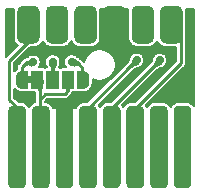
<source format=gbr>
G04 #@! TF.GenerationSoftware,KiCad,Pcbnew,(5.1.8-0-10_14)*
G04 #@! TF.CreationDate,2021-09-22T21:19:34-04:00*
G04 #@! TF.ProjectId,WiiComp,57696943-6f6d-4702-9e6b-696361645f70,1*
G04 #@! TF.SameCoordinates,Original*
G04 #@! TF.FileFunction,Copper,L1,Top*
G04 #@! TF.FilePolarity,Positive*
%FSLAX46Y46*%
G04 Gerber Fmt 4.6, Leading zero omitted, Abs format (unit mm)*
G04 Created by KiCad (PCBNEW (5.1.8-0-10_14)) date 2021-09-22 21:19:34*
%MOMM*%
%LPD*%
G01*
G04 APERTURE LIST*
G04 #@! TA.AperFunction,EtchedComponent*
%ADD10C,0.152400*%
G04 #@! TD*
G04 #@! TA.AperFunction,SMDPad,CuDef*
%ADD11C,0.152400*%
G04 #@! TD*
G04 #@! TA.AperFunction,SMDPad,CuDef*
%ADD12R,1.000000X1.500000*%
G04 #@! TD*
G04 #@! TA.AperFunction,ViaPad*
%ADD13C,0.700000*%
G04 #@! TD*
G04 #@! TA.AperFunction,Conductor*
%ADD14C,0.250000*%
G04 #@! TD*
G04 #@! TA.AperFunction,Conductor*
%ADD15C,0.200000*%
G04 #@! TD*
G04 #@! TA.AperFunction,Conductor*
%ADD16C,0.152400*%
G04 #@! TD*
G04 #@! TA.AperFunction,Conductor*
%ADD17C,0.025400*%
G04 #@! TD*
G04 APERTURE END LIST*
D10*
G36*
X137990000Y-81360000D02*
G01*
X138490000Y-81360000D01*
X138490000Y-81960000D01*
X137990000Y-81960000D01*
X137990000Y-81360000D01*
G37*
G04 #@! TA.AperFunction,ConnectorPad*
G36*
G01*
X149295000Y-78115000D02*
X149295000Y-75865000D01*
G75*
G02*
X149770000Y-75390000I475000J0D01*
G01*
X150720000Y-75390000D01*
G75*
G02*
X151195000Y-75865000I0J-475000D01*
G01*
X151195000Y-78115000D01*
G75*
G02*
X150720000Y-78590000I-475000J0D01*
G01*
X149770000Y-78590000D01*
G75*
G02*
X149295000Y-78115000I0J475000D01*
G01*
G37*
G04 #@! TD.AperFunction*
G04 #@! TA.AperFunction,ConnectorPad*
G36*
G01*
X146875000Y-78115000D02*
X146875000Y-75865000D01*
G75*
G02*
X147350000Y-75390000I475000J0D01*
G01*
X148300000Y-75390000D01*
G75*
G02*
X148775000Y-75865000I0J-475000D01*
G01*
X148775000Y-78115000D01*
G75*
G02*
X148300000Y-78590000I-475000J0D01*
G01*
X147350000Y-78590000D01*
G75*
G02*
X146875000Y-78115000I0J475000D01*
G01*
G37*
G04 #@! TD.AperFunction*
G04 #@! TA.AperFunction,ConnectorPad*
G36*
G01*
X144455000Y-78115000D02*
X144455000Y-75865000D01*
G75*
G02*
X144930000Y-75390000I475000J0D01*
G01*
X145880000Y-75390000D01*
G75*
G02*
X146355000Y-75865000I0J-475000D01*
G01*
X146355000Y-78115000D01*
G75*
G02*
X145880000Y-78590000I-475000J0D01*
G01*
X144930000Y-78590000D01*
G75*
G02*
X144455000Y-78115000I0J475000D01*
G01*
G37*
G04 #@! TD.AperFunction*
G04 #@! TA.AperFunction,ConnectorPad*
G36*
G01*
X142035000Y-78115000D02*
X142035000Y-75865000D01*
G75*
G02*
X142510000Y-75390000I475000J0D01*
G01*
X143460000Y-75390000D01*
G75*
G02*
X143935000Y-75865000I0J-475000D01*
G01*
X143935000Y-78115000D01*
G75*
G02*
X143460000Y-78590000I-475000J0D01*
G01*
X142510000Y-78590000D01*
G75*
G02*
X142035000Y-78115000I0J475000D01*
G01*
G37*
G04 #@! TD.AperFunction*
G04 #@! TA.AperFunction,ConnectorPad*
G36*
G01*
X139615000Y-78115000D02*
X139615000Y-75865000D01*
G75*
G02*
X140090000Y-75390000I475000J0D01*
G01*
X141040000Y-75390000D01*
G75*
G02*
X141515000Y-75865000I0J-475000D01*
G01*
X141515000Y-78115000D01*
G75*
G02*
X141040000Y-78590000I-475000J0D01*
G01*
X140090000Y-78590000D01*
G75*
G02*
X139615000Y-78115000I0J475000D01*
G01*
G37*
G04 #@! TD.AperFunction*
G04 #@! TA.AperFunction,ConnectorPad*
G36*
G01*
X137195000Y-78115000D02*
X137195000Y-75865000D01*
G75*
G02*
X137670000Y-75390000I475000J0D01*
G01*
X138620000Y-75390000D01*
G75*
G02*
X139095000Y-75865000I0J-475000D01*
G01*
X139095000Y-78115000D01*
G75*
G02*
X138620000Y-78590000I-475000J0D01*
G01*
X137670000Y-78590000D01*
G75*
G02*
X137195000Y-78115000I0J475000D01*
G01*
G37*
G04 #@! TD.AperFunction*
G04 #@! TA.AperFunction,SMDPad,CuDef*
G36*
G01*
X136440000Y-90485000D02*
X136440000Y-84235000D01*
G75*
G02*
X136815000Y-83860000I375000J0D01*
G01*
X137565000Y-83860000D01*
G75*
G02*
X137940000Y-84235000I0J-375000D01*
G01*
X137940000Y-90485000D01*
G75*
G02*
X137565000Y-90860000I-375000J0D01*
G01*
X136815000Y-90860000D01*
G75*
G02*
X136440000Y-90485000I0J375000D01*
G01*
G37*
G04 #@! TD.AperFunction*
G04 #@! TA.AperFunction,SMDPad,CuDef*
G36*
G01*
X138440000Y-90485000D02*
X138440000Y-84235000D01*
G75*
G02*
X138815000Y-83860000I375000J0D01*
G01*
X139565000Y-83860000D01*
G75*
G02*
X139940000Y-84235000I0J-375000D01*
G01*
X139940000Y-90485000D01*
G75*
G02*
X139565000Y-90860000I-375000J0D01*
G01*
X138815000Y-90860000D01*
G75*
G02*
X138440000Y-90485000I0J375000D01*
G01*
G37*
G04 #@! TD.AperFunction*
G04 #@! TA.AperFunction,SMDPad,CuDef*
G36*
G01*
X140440000Y-90485000D02*
X140440000Y-84235000D01*
G75*
G02*
X140815000Y-83860000I375000J0D01*
G01*
X141565000Y-83860000D01*
G75*
G02*
X141940000Y-84235000I0J-375000D01*
G01*
X141940000Y-90485000D01*
G75*
G02*
X141565000Y-90860000I-375000J0D01*
G01*
X140815000Y-90860000D01*
G75*
G02*
X140440000Y-90485000I0J375000D01*
G01*
G37*
G04 #@! TD.AperFunction*
G04 #@! TA.AperFunction,SMDPad,CuDef*
G36*
G01*
X142440000Y-90485000D02*
X142440000Y-84235000D01*
G75*
G02*
X142815000Y-83860000I375000J0D01*
G01*
X143565000Y-83860000D01*
G75*
G02*
X143940000Y-84235000I0J-375000D01*
G01*
X143940000Y-90485000D01*
G75*
G02*
X143565000Y-90860000I-375000J0D01*
G01*
X142815000Y-90860000D01*
G75*
G02*
X142440000Y-90485000I0J375000D01*
G01*
G37*
G04 #@! TD.AperFunction*
G04 #@! TA.AperFunction,SMDPad,CuDef*
G36*
G01*
X144440000Y-90485000D02*
X144440000Y-84235000D01*
G75*
G02*
X144815000Y-83860000I375000J0D01*
G01*
X145565000Y-83860000D01*
G75*
G02*
X145940000Y-84235000I0J-375000D01*
G01*
X145940000Y-90485000D01*
G75*
G02*
X145565000Y-90860000I-375000J0D01*
G01*
X144815000Y-90860000D01*
G75*
G02*
X144440000Y-90485000I0J375000D01*
G01*
G37*
G04 #@! TD.AperFunction*
G04 #@! TA.AperFunction,SMDPad,CuDef*
G36*
G01*
X146440000Y-90485000D02*
X146440000Y-84235000D01*
G75*
G02*
X146815000Y-83860000I375000J0D01*
G01*
X147565000Y-83860000D01*
G75*
G02*
X147940000Y-84235000I0J-375000D01*
G01*
X147940000Y-90485000D01*
G75*
G02*
X147565000Y-90860000I-375000J0D01*
G01*
X146815000Y-90860000D01*
G75*
G02*
X146440000Y-90485000I0J375000D01*
G01*
G37*
G04 #@! TD.AperFunction*
G04 #@! TA.AperFunction,SMDPad,CuDef*
G36*
G01*
X148440000Y-90485000D02*
X148440000Y-84235000D01*
G75*
G02*
X148815000Y-83860000I375000J0D01*
G01*
X149565000Y-83860000D01*
G75*
G02*
X149940000Y-84235000I0J-375000D01*
G01*
X149940000Y-90485000D01*
G75*
G02*
X149565000Y-90860000I-375000J0D01*
G01*
X148815000Y-90860000D01*
G75*
G02*
X148440000Y-90485000I0J375000D01*
G01*
G37*
G04 #@! TD.AperFunction*
G04 #@! TA.AperFunction,SMDPad,CuDef*
G36*
G01*
X150440000Y-90485000D02*
X150440000Y-84235000D01*
G75*
G02*
X150815000Y-83860000I375000J0D01*
G01*
X151565000Y-83860000D01*
G75*
G02*
X151940000Y-84235000I0J-375000D01*
G01*
X151940000Y-90485000D01*
G75*
G02*
X151565000Y-90860000I-375000J0D01*
G01*
X150815000Y-90860000D01*
G75*
G02*
X150440000Y-90485000I0J375000D01*
G01*
G37*
G04 #@! TD.AperFunction*
G04 #@! TA.AperFunction,SMDPad,CuDef*
D11*
G36*
X142240000Y-80910000D02*
G01*
X142790000Y-80910000D01*
X142790000Y-80910602D01*
X142814534Y-80910602D01*
X142863365Y-80915412D01*
X142911490Y-80924984D01*
X142958445Y-80939228D01*
X143003778Y-80958005D01*
X143047051Y-80981136D01*
X143087850Y-81008396D01*
X143125779Y-81039524D01*
X143160476Y-81074221D01*
X143191604Y-81112150D01*
X143218864Y-81152949D01*
X143241995Y-81196222D01*
X143260772Y-81241555D01*
X143275016Y-81288510D01*
X143284588Y-81336635D01*
X143289398Y-81385466D01*
X143289398Y-81410000D01*
X143290000Y-81410000D01*
X143290000Y-81910000D01*
X143289398Y-81910000D01*
X143289398Y-81934534D01*
X143284588Y-81983365D01*
X143275016Y-82031490D01*
X143260772Y-82078445D01*
X143241995Y-82123778D01*
X143218864Y-82167051D01*
X143191604Y-82207850D01*
X143160476Y-82245779D01*
X143125779Y-82280476D01*
X143087850Y-82311604D01*
X143047051Y-82338864D01*
X143003778Y-82361995D01*
X142958445Y-82380772D01*
X142911490Y-82395016D01*
X142863365Y-82404588D01*
X142814534Y-82409398D01*
X142790000Y-82409398D01*
X142790000Y-82410000D01*
X142240000Y-82410000D01*
X142240000Y-80910000D01*
G37*
G04 #@! TD.AperFunction*
G04 #@! TA.AperFunction,SMDPad,CuDef*
G36*
X140190000Y-82409398D02*
G01*
X140165466Y-82409398D01*
X140116635Y-82404588D01*
X140068510Y-82395016D01*
X140021555Y-82380772D01*
X139976222Y-82361995D01*
X139932949Y-82338864D01*
X139892150Y-82311604D01*
X139854221Y-82280476D01*
X139819524Y-82245779D01*
X139788396Y-82207850D01*
X139761136Y-82167051D01*
X139738005Y-82123778D01*
X139719228Y-82078445D01*
X139704984Y-82031490D01*
X139695412Y-81983365D01*
X139690602Y-81934534D01*
X139690602Y-81910000D01*
X139690000Y-81910000D01*
X139690000Y-81410000D01*
X139690602Y-81410000D01*
X139690602Y-81385466D01*
X139695412Y-81336635D01*
X139704984Y-81288510D01*
X139719228Y-81241555D01*
X139738005Y-81196222D01*
X139761136Y-81152949D01*
X139788396Y-81112150D01*
X139819524Y-81074221D01*
X139854221Y-81039524D01*
X139892150Y-81008396D01*
X139932949Y-80981136D01*
X139976222Y-80958005D01*
X140021555Y-80939228D01*
X140068510Y-80924984D01*
X140116635Y-80915412D01*
X140165466Y-80910602D01*
X140190000Y-80910602D01*
X140190000Y-80910000D01*
X140740000Y-80910000D01*
X140740000Y-82410000D01*
X140190000Y-82410000D01*
X140190000Y-82409398D01*
G37*
G04 #@! TD.AperFunction*
D12*
X141490000Y-81660000D03*
G04 #@! TA.AperFunction,SMDPad,CuDef*
D11*
G36*
X140190000Y-80910602D02*
G01*
X140214534Y-80910602D01*
X140263365Y-80915412D01*
X140311490Y-80924984D01*
X140358445Y-80939228D01*
X140403778Y-80958005D01*
X140447051Y-80981136D01*
X140487850Y-81008396D01*
X140525779Y-81039524D01*
X140560476Y-81074221D01*
X140591604Y-81112150D01*
X140618864Y-81152949D01*
X140641995Y-81196222D01*
X140660772Y-81241555D01*
X140675016Y-81288510D01*
X140684588Y-81336635D01*
X140689398Y-81385466D01*
X140689398Y-81410000D01*
X140690000Y-81410000D01*
X140690000Y-81910000D01*
X140689398Y-81910000D01*
X140689398Y-81934534D01*
X140684588Y-81983365D01*
X140675016Y-82031490D01*
X140660772Y-82078445D01*
X140641995Y-82123778D01*
X140618864Y-82167051D01*
X140591604Y-82207850D01*
X140560476Y-82245779D01*
X140525779Y-82280476D01*
X140487850Y-82311604D01*
X140447051Y-82338864D01*
X140403778Y-82361995D01*
X140358445Y-82380772D01*
X140311490Y-82395016D01*
X140263365Y-82404588D01*
X140214534Y-82409398D01*
X140190000Y-82409398D01*
X140190000Y-82410000D01*
X139640000Y-82410000D01*
X139640000Y-80910000D01*
X140190000Y-80910000D01*
X140190000Y-80910602D01*
G37*
G04 #@! TD.AperFunction*
D12*
X138890000Y-81660000D03*
G04 #@! TA.AperFunction,SMDPad,CuDef*
D11*
G36*
X138140000Y-82410000D02*
G01*
X137590000Y-82410000D01*
X137590000Y-82409398D01*
X137565466Y-82409398D01*
X137516635Y-82404588D01*
X137468510Y-82395016D01*
X137421555Y-82380772D01*
X137376222Y-82361995D01*
X137332949Y-82338864D01*
X137292150Y-82311604D01*
X137254221Y-82280476D01*
X137219524Y-82245779D01*
X137188396Y-82207850D01*
X137161136Y-82167051D01*
X137138005Y-82123778D01*
X137119228Y-82078445D01*
X137104984Y-82031490D01*
X137095412Y-81983365D01*
X137090602Y-81934534D01*
X137090602Y-81910000D01*
X137090000Y-81910000D01*
X137090000Y-81410000D01*
X137090602Y-81410000D01*
X137090602Y-81385466D01*
X137095412Y-81336635D01*
X137104984Y-81288510D01*
X137119228Y-81241555D01*
X137138005Y-81196222D01*
X137161136Y-81152949D01*
X137188396Y-81112150D01*
X137219524Y-81074221D01*
X137254221Y-81039524D01*
X137292150Y-81008396D01*
X137332949Y-80981136D01*
X137376222Y-80958005D01*
X137421555Y-80939228D01*
X137468510Y-80924984D01*
X137516635Y-80915412D01*
X137565466Y-80910602D01*
X137590000Y-80910602D01*
X137590000Y-80910000D01*
X138140000Y-80910000D01*
X138140000Y-82410000D01*
G37*
G04 #@! TD.AperFunction*
D13*
X146070000Y-79500000D03*
X139320000Y-79300000D03*
X149960000Y-83200000D03*
X138260000Y-83250000D03*
X136630000Y-78690000D03*
X149250000Y-80020000D03*
X147300000Y-79999998D03*
X140560000Y-76350000D03*
X138540000Y-80170000D03*
X147830000Y-76350000D03*
X141810000Y-80159998D03*
X142980000Y-76340000D03*
X140200000Y-80160008D03*
D14*
X137140000Y-88040000D02*
X137160000Y-88060000D01*
X136530000Y-83340000D02*
X137140000Y-83950000D01*
X137140000Y-83950000D02*
X137140000Y-88040000D01*
X138130000Y-78440000D02*
X136530000Y-80040000D01*
X136530000Y-80040000D02*
X136530000Y-83340000D01*
X138130000Y-76990000D02*
X138130000Y-78440000D01*
X141190000Y-87360000D02*
X141190000Y-83590000D01*
X145230000Y-88040000D02*
X145230000Y-84040000D01*
X145230000Y-84040000D02*
X149250000Y-80020000D01*
X143200000Y-84099998D02*
X146950001Y-80349997D01*
X143200000Y-87010000D02*
X143200000Y-84099998D01*
X146950001Y-80349997D02*
X147300000Y-79999998D01*
X147180000Y-84150000D02*
X147180000Y-88010000D01*
X151070000Y-77830000D02*
X151070000Y-80260000D01*
X150230000Y-76990000D02*
X151070000Y-77830000D01*
X151070000Y-80260000D02*
X147180000Y-84150000D01*
X138540000Y-80170000D02*
X138020000Y-80170000D01*
X138020000Y-80170000D02*
X137590000Y-80600000D01*
X137590000Y-80600000D02*
X137590000Y-81670000D01*
X139110000Y-81990000D02*
X139110000Y-82920000D01*
X139110000Y-83180000D02*
X139110000Y-87150000D01*
X139110000Y-82920000D02*
X139110000Y-83180000D01*
X141230000Y-82870000D02*
X139570000Y-82870000D01*
X139570000Y-82870000D02*
X139110000Y-83330000D01*
X141440000Y-82660000D02*
X141230000Y-82870000D01*
X141440000Y-81660000D02*
X141440000Y-82660000D01*
X141810000Y-80159998D02*
X142249998Y-80159998D01*
X142249998Y-80159998D02*
X142720000Y-80630000D01*
X142720000Y-80630000D02*
X142720000Y-81660000D01*
X140200000Y-81660000D02*
X140200000Y-80160008D01*
D15*
X146588468Y-75713522D02*
X146573549Y-75865000D01*
X146573549Y-78115000D01*
X146588468Y-78266478D01*
X146632653Y-78412135D01*
X146704405Y-78546373D01*
X146800966Y-78664034D01*
X146918627Y-78760595D01*
X147052865Y-78832347D01*
X147198522Y-78876532D01*
X147350000Y-78891451D01*
X148300000Y-78891451D01*
X148451478Y-78876532D01*
X148597135Y-78832347D01*
X148731373Y-78760595D01*
X148849034Y-78664034D01*
X148945595Y-78546373D01*
X149017347Y-78412135D01*
X149035000Y-78353941D01*
X149052653Y-78412135D01*
X149124405Y-78546373D01*
X149220966Y-78664034D01*
X149338627Y-78760595D01*
X149472865Y-78832347D01*
X149618522Y-78876532D01*
X149770000Y-78891451D01*
X150645000Y-78891451D01*
X150645001Y-80083958D01*
X147170411Y-83558549D01*
X146815000Y-83558549D01*
X146683031Y-83571547D01*
X146556133Y-83610041D01*
X146439184Y-83672552D01*
X146336677Y-83756677D01*
X146252552Y-83859184D01*
X146190041Y-83976133D01*
X146190000Y-83976268D01*
X146189959Y-83976133D01*
X146127448Y-83859184D01*
X146075345Y-83795695D01*
X149059256Y-80811784D01*
X149104618Y-80769210D01*
X149136526Y-80743571D01*
X149159857Y-80728169D01*
X149178609Y-80718398D01*
X149198924Y-80710246D01*
X149227135Y-80701391D01*
X149267366Y-80690696D01*
X149317845Y-80677767D01*
X149323713Y-80676201D01*
X149380956Y-80660298D01*
X149392422Y-80656864D01*
X149412515Y-80650408D01*
X149439598Y-80645021D01*
X149557890Y-80596022D01*
X149664351Y-80524888D01*
X149754888Y-80434351D01*
X149826022Y-80327890D01*
X149875021Y-80209598D01*
X149900000Y-80084019D01*
X149900000Y-79955981D01*
X149875021Y-79830402D01*
X149826022Y-79712110D01*
X149754888Y-79605649D01*
X149664351Y-79515112D01*
X149557890Y-79443978D01*
X149439598Y-79394979D01*
X149314019Y-79370000D01*
X149185981Y-79370000D01*
X149060402Y-79394979D01*
X148942110Y-79443978D01*
X148835649Y-79515112D01*
X148745112Y-79605649D01*
X148673978Y-79712110D01*
X148624979Y-79830402D01*
X148619595Y-79857470D01*
X148613136Y-79877571D01*
X148609701Y-79889043D01*
X148593798Y-79946286D01*
X148592232Y-79952154D01*
X148579303Y-80002633D01*
X148568608Y-80042864D01*
X148559753Y-80071075D01*
X148551601Y-80091390D01*
X148541830Y-80110142D01*
X148526428Y-80133473D01*
X148500789Y-80165382D01*
X148458211Y-80210749D01*
X145110411Y-83558549D01*
X144815000Y-83558549D01*
X144683031Y-83571547D01*
X144556133Y-83610041D01*
X144439184Y-83672552D01*
X144336677Y-83756677D01*
X144252552Y-83859184D01*
X144190041Y-83976133D01*
X144190000Y-83976268D01*
X144189959Y-83976133D01*
X144127448Y-83859184D01*
X144088866Y-83812172D01*
X147102300Y-80798739D01*
X147148979Y-80754830D01*
X147182311Y-80727848D01*
X147207003Y-80711322D01*
X147226930Y-80700718D01*
X147248062Y-80691991D01*
X147276698Y-80682685D01*
X147317022Y-80671583D01*
X147367945Y-80658173D01*
X147373044Y-80656782D01*
X147431125Y-80640388D01*
X147441788Y-80637164D01*
X147463058Y-80630298D01*
X147489598Y-80625019D01*
X147607890Y-80576020D01*
X147714351Y-80504886D01*
X147804888Y-80414349D01*
X147876022Y-80307888D01*
X147925021Y-80189596D01*
X147950000Y-80064017D01*
X147950000Y-79935979D01*
X147925021Y-79810400D01*
X147876022Y-79692108D01*
X147804888Y-79585647D01*
X147714351Y-79495110D01*
X147607890Y-79423976D01*
X147489598Y-79374977D01*
X147364019Y-79349998D01*
X147235981Y-79349998D01*
X147110402Y-79374977D01*
X146992110Y-79423976D01*
X146885649Y-79495110D01*
X146795112Y-79585647D01*
X146723978Y-79692108D01*
X146674979Y-79810400D01*
X146669701Y-79836936D01*
X146662835Y-79858204D01*
X146659609Y-79868872D01*
X146643215Y-79926953D01*
X146641824Y-79932052D01*
X146628414Y-79982975D01*
X146617312Y-80023299D01*
X146608006Y-80051935D01*
X146599279Y-80073067D01*
X146588675Y-80092994D01*
X146572149Y-80117686D01*
X146545161Y-80151026D01*
X146501270Y-80197687D01*
X143140409Y-83558549D01*
X142815000Y-83558549D01*
X142683031Y-83571547D01*
X142556133Y-83610041D01*
X142439184Y-83672552D01*
X142336677Y-83756677D01*
X142252552Y-83859184D01*
X142190041Y-83976133D01*
X142176734Y-84020000D01*
X140203266Y-84020000D01*
X140189959Y-83976133D01*
X140127448Y-83859184D01*
X140043323Y-83756677D01*
X139940816Y-83672552D01*
X139823867Y-83610041D01*
X139696969Y-83571547D01*
X139565000Y-83558549D01*
X139535000Y-83558549D01*
X139535000Y-83506040D01*
X139746041Y-83295000D01*
X141209133Y-83295000D01*
X141230000Y-83297055D01*
X141250867Y-83295000D01*
X141250874Y-83295000D01*
X141313314Y-83288850D01*
X141393427Y-83264548D01*
X141467260Y-83225084D01*
X141531974Y-83171974D01*
X141545284Y-83155756D01*
X141725756Y-82975284D01*
X141741974Y-82961974D01*
X141795084Y-82897260D01*
X141824353Y-82842501D01*
X141834548Y-82823428D01*
X141858850Y-82743315D01*
X141861988Y-82711451D01*
X141990000Y-82711451D01*
X142048810Y-82705659D01*
X142105360Y-82688504D01*
X142114999Y-82683352D01*
X142124639Y-82688505D01*
X142181190Y-82705660D01*
X142240000Y-82711452D01*
X142790000Y-82711452D01*
X142814450Y-82709044D01*
X142839009Y-82709044D01*
X142897819Y-82703252D01*
X142993952Y-82684130D01*
X143050501Y-82666976D01*
X143141057Y-82629467D01*
X143193176Y-82601609D01*
X143274675Y-82547153D01*
X143320356Y-82509664D01*
X143389664Y-82440356D01*
X143427153Y-82394675D01*
X143481609Y-82313176D01*
X143509467Y-82261057D01*
X143546976Y-82170501D01*
X143564130Y-82113952D01*
X143583252Y-82017819D01*
X143589044Y-81959009D01*
X143589044Y-81934450D01*
X143591452Y-81910000D01*
X143591452Y-81602522D01*
X143799125Y-81688543D01*
X144058018Y-81740040D01*
X144321982Y-81740040D01*
X144580875Y-81688543D01*
X144824747Y-81587528D01*
X145044226Y-81440877D01*
X145230877Y-81254226D01*
X145377528Y-81034747D01*
X145478543Y-80790875D01*
X145530040Y-80531982D01*
X145530040Y-80268018D01*
X145478543Y-80009125D01*
X145377528Y-79765253D01*
X145230877Y-79545774D01*
X145044226Y-79359123D01*
X144824747Y-79212472D01*
X144580875Y-79111457D01*
X144321982Y-79059960D01*
X144058018Y-79059960D01*
X143799125Y-79111457D01*
X143555253Y-79212472D01*
X143335774Y-79359123D01*
X143149123Y-79545774D01*
X143002472Y-79765253D01*
X142901457Y-80009125D01*
X142868061Y-80177020D01*
X142565281Y-79874241D01*
X142551972Y-79858024D01*
X142487258Y-79804914D01*
X142413425Y-79765450D01*
X142333312Y-79741148D01*
X142313008Y-79739148D01*
X142302854Y-79731058D01*
X142265845Y-79696604D01*
X142224351Y-79655110D01*
X142117890Y-79583976D01*
X141999598Y-79534977D01*
X141874019Y-79509998D01*
X141745981Y-79509998D01*
X141620402Y-79534977D01*
X141502110Y-79583976D01*
X141395649Y-79655110D01*
X141305112Y-79745647D01*
X141233978Y-79852108D01*
X141184979Y-79970400D01*
X141160000Y-80095979D01*
X141160000Y-80224017D01*
X141184979Y-80349596D01*
X141233978Y-80467888D01*
X141305112Y-80574349D01*
X141339312Y-80608549D01*
X140990000Y-80608549D01*
X140931190Y-80614341D01*
X140874640Y-80631496D01*
X140865001Y-80636648D01*
X140855361Y-80631495D01*
X140798810Y-80614340D01*
X140740000Y-80608548D01*
X140694490Y-80608548D01*
X140713089Y-80577140D01*
X140716128Y-80571889D01*
X140745360Y-80520167D01*
X140751040Y-80509631D01*
X140760690Y-80490844D01*
X140776022Y-80467898D01*
X140825021Y-80349606D01*
X140850000Y-80224027D01*
X140850000Y-80095989D01*
X140825021Y-79970410D01*
X140776022Y-79852118D01*
X140704888Y-79745657D01*
X140614351Y-79655120D01*
X140507890Y-79583986D01*
X140389598Y-79534987D01*
X140264019Y-79510008D01*
X140135981Y-79510008D01*
X140010402Y-79534987D01*
X139892110Y-79583986D01*
X139785649Y-79655120D01*
X139695112Y-79745657D01*
X139623978Y-79852118D01*
X139574979Y-79970410D01*
X139550000Y-80095989D01*
X139550000Y-80224027D01*
X139574979Y-80349606D01*
X139623978Y-80467898D01*
X139639307Y-80490840D01*
X139648957Y-80509627D01*
X139654639Y-80520167D01*
X139683871Y-80571889D01*
X139686910Y-80577140D01*
X139705509Y-80608548D01*
X139640000Y-80608548D01*
X139581190Y-80614340D01*
X139524639Y-80631495D01*
X139514999Y-80636648D01*
X139505360Y-80631496D01*
X139448810Y-80614341D01*
X139390000Y-80608549D01*
X139020690Y-80608549D01*
X139044888Y-80584351D01*
X139116022Y-80477890D01*
X139165021Y-80359598D01*
X139190000Y-80234019D01*
X139190000Y-80105981D01*
X139165021Y-79980402D01*
X139116022Y-79862110D01*
X139044888Y-79755649D01*
X138954351Y-79665112D01*
X138847890Y-79593978D01*
X138729598Y-79544979D01*
X138604019Y-79520000D01*
X138475981Y-79520000D01*
X138350402Y-79544979D01*
X138232110Y-79593978D01*
X138125649Y-79665112D01*
X138086815Y-79703946D01*
X138059072Y-79728510D01*
X138043931Y-79738723D01*
X138033037Y-79744229D01*
X138020000Y-79742945D01*
X137999133Y-79745000D01*
X137999126Y-79745000D01*
X137944327Y-79750397D01*
X137936685Y-79751150D01*
X137856572Y-79775452D01*
X137834238Y-79787390D01*
X137782740Y-79814916D01*
X137718026Y-79868026D01*
X137704721Y-79884238D01*
X137304243Y-80284717D01*
X137288026Y-80298026D01*
X137234916Y-80362741D01*
X137195452Y-80436574D01*
X137185953Y-80467888D01*
X137172140Y-80513425D01*
X137171150Y-80516687D01*
X137165000Y-80579127D01*
X137165000Y-80579133D01*
X137162945Y-80600000D01*
X137165000Y-80620867D01*
X137165000Y-80732973D01*
X137105325Y-80772847D01*
X137059644Y-80810336D01*
X136990336Y-80879644D01*
X136955000Y-80922702D01*
X136955000Y-80216040D01*
X138279590Y-78891451D01*
X138620000Y-78891451D01*
X138771478Y-78876532D01*
X138917135Y-78832347D01*
X139051373Y-78760595D01*
X139169034Y-78664034D01*
X139265595Y-78546373D01*
X139337347Y-78412135D01*
X139355000Y-78353941D01*
X139372653Y-78412135D01*
X139444405Y-78546373D01*
X139540966Y-78664034D01*
X139658627Y-78760595D01*
X139792865Y-78832347D01*
X139938522Y-78876532D01*
X140090000Y-78891451D01*
X141040000Y-78891451D01*
X141191478Y-78876532D01*
X141337135Y-78832347D01*
X141471373Y-78760595D01*
X141589034Y-78664034D01*
X141685595Y-78546373D01*
X141757347Y-78412135D01*
X141775000Y-78353941D01*
X141792653Y-78412135D01*
X141864405Y-78546373D01*
X141960966Y-78664034D01*
X142078627Y-78760595D01*
X142212865Y-78832347D01*
X142358522Y-78876532D01*
X142510000Y-78891451D01*
X143460000Y-78891451D01*
X143611478Y-78876532D01*
X143757135Y-78832347D01*
X143891373Y-78760595D01*
X144009034Y-78664034D01*
X144105595Y-78546373D01*
X144177347Y-78412135D01*
X144221532Y-78266478D01*
X144236451Y-78115000D01*
X144236451Y-75865000D01*
X144221532Y-75713522D01*
X144217430Y-75700000D01*
X146592570Y-75700000D01*
X146588468Y-75713522D01*
G04 #@! TA.AperFunction,Conductor*
D16*
G36*
X146588468Y-75713522D02*
G01*
X146573549Y-75865000D01*
X146573549Y-78115000D01*
X146588468Y-78266478D01*
X146632653Y-78412135D01*
X146704405Y-78546373D01*
X146800966Y-78664034D01*
X146918627Y-78760595D01*
X147052865Y-78832347D01*
X147198522Y-78876532D01*
X147350000Y-78891451D01*
X148300000Y-78891451D01*
X148451478Y-78876532D01*
X148597135Y-78832347D01*
X148731373Y-78760595D01*
X148849034Y-78664034D01*
X148945595Y-78546373D01*
X149017347Y-78412135D01*
X149035000Y-78353941D01*
X149052653Y-78412135D01*
X149124405Y-78546373D01*
X149220966Y-78664034D01*
X149338627Y-78760595D01*
X149472865Y-78832347D01*
X149618522Y-78876532D01*
X149770000Y-78891451D01*
X150645000Y-78891451D01*
X150645001Y-80083958D01*
X147170411Y-83558549D01*
X146815000Y-83558549D01*
X146683031Y-83571547D01*
X146556133Y-83610041D01*
X146439184Y-83672552D01*
X146336677Y-83756677D01*
X146252552Y-83859184D01*
X146190041Y-83976133D01*
X146190000Y-83976268D01*
X146189959Y-83976133D01*
X146127448Y-83859184D01*
X146075345Y-83795695D01*
X149059256Y-80811784D01*
X149104618Y-80769210D01*
X149136526Y-80743571D01*
X149159857Y-80728169D01*
X149178609Y-80718398D01*
X149198924Y-80710246D01*
X149227135Y-80701391D01*
X149267366Y-80690696D01*
X149317845Y-80677767D01*
X149323713Y-80676201D01*
X149380956Y-80660298D01*
X149392422Y-80656864D01*
X149412515Y-80650408D01*
X149439598Y-80645021D01*
X149557890Y-80596022D01*
X149664351Y-80524888D01*
X149754888Y-80434351D01*
X149826022Y-80327890D01*
X149875021Y-80209598D01*
X149900000Y-80084019D01*
X149900000Y-79955981D01*
X149875021Y-79830402D01*
X149826022Y-79712110D01*
X149754888Y-79605649D01*
X149664351Y-79515112D01*
X149557890Y-79443978D01*
X149439598Y-79394979D01*
X149314019Y-79370000D01*
X149185981Y-79370000D01*
X149060402Y-79394979D01*
X148942110Y-79443978D01*
X148835649Y-79515112D01*
X148745112Y-79605649D01*
X148673978Y-79712110D01*
X148624979Y-79830402D01*
X148619595Y-79857470D01*
X148613136Y-79877571D01*
X148609701Y-79889043D01*
X148593798Y-79946286D01*
X148592232Y-79952154D01*
X148579303Y-80002633D01*
X148568608Y-80042864D01*
X148559753Y-80071075D01*
X148551601Y-80091390D01*
X148541830Y-80110142D01*
X148526428Y-80133473D01*
X148500789Y-80165382D01*
X148458211Y-80210749D01*
X145110411Y-83558549D01*
X144815000Y-83558549D01*
X144683031Y-83571547D01*
X144556133Y-83610041D01*
X144439184Y-83672552D01*
X144336677Y-83756677D01*
X144252552Y-83859184D01*
X144190041Y-83976133D01*
X144190000Y-83976268D01*
X144189959Y-83976133D01*
X144127448Y-83859184D01*
X144088866Y-83812172D01*
X147102300Y-80798739D01*
X147148979Y-80754830D01*
X147182311Y-80727848D01*
X147207003Y-80711322D01*
X147226930Y-80700718D01*
X147248062Y-80691991D01*
X147276698Y-80682685D01*
X147317022Y-80671583D01*
X147367945Y-80658173D01*
X147373044Y-80656782D01*
X147431125Y-80640388D01*
X147441788Y-80637164D01*
X147463058Y-80630298D01*
X147489598Y-80625019D01*
X147607890Y-80576020D01*
X147714351Y-80504886D01*
X147804888Y-80414349D01*
X147876022Y-80307888D01*
X147925021Y-80189596D01*
X147950000Y-80064017D01*
X147950000Y-79935979D01*
X147925021Y-79810400D01*
X147876022Y-79692108D01*
X147804888Y-79585647D01*
X147714351Y-79495110D01*
X147607890Y-79423976D01*
X147489598Y-79374977D01*
X147364019Y-79349998D01*
X147235981Y-79349998D01*
X147110402Y-79374977D01*
X146992110Y-79423976D01*
X146885649Y-79495110D01*
X146795112Y-79585647D01*
X146723978Y-79692108D01*
X146674979Y-79810400D01*
X146669701Y-79836936D01*
X146662835Y-79858204D01*
X146659609Y-79868872D01*
X146643215Y-79926953D01*
X146641824Y-79932052D01*
X146628414Y-79982975D01*
X146617312Y-80023299D01*
X146608006Y-80051935D01*
X146599279Y-80073067D01*
X146588675Y-80092994D01*
X146572149Y-80117686D01*
X146545161Y-80151026D01*
X146501270Y-80197687D01*
X143140409Y-83558549D01*
X142815000Y-83558549D01*
X142683031Y-83571547D01*
X142556133Y-83610041D01*
X142439184Y-83672552D01*
X142336677Y-83756677D01*
X142252552Y-83859184D01*
X142190041Y-83976133D01*
X142176734Y-84020000D01*
X140203266Y-84020000D01*
X140189959Y-83976133D01*
X140127448Y-83859184D01*
X140043323Y-83756677D01*
X139940816Y-83672552D01*
X139823867Y-83610041D01*
X139696969Y-83571547D01*
X139565000Y-83558549D01*
X139535000Y-83558549D01*
X139535000Y-83506040D01*
X139746041Y-83295000D01*
X141209133Y-83295000D01*
X141230000Y-83297055D01*
X141250867Y-83295000D01*
X141250874Y-83295000D01*
X141313314Y-83288850D01*
X141393427Y-83264548D01*
X141467260Y-83225084D01*
X141531974Y-83171974D01*
X141545284Y-83155756D01*
X141725756Y-82975284D01*
X141741974Y-82961974D01*
X141795084Y-82897260D01*
X141824353Y-82842501D01*
X141834548Y-82823428D01*
X141858850Y-82743315D01*
X141861988Y-82711451D01*
X141990000Y-82711451D01*
X142048810Y-82705659D01*
X142105360Y-82688504D01*
X142114999Y-82683352D01*
X142124639Y-82688505D01*
X142181190Y-82705660D01*
X142240000Y-82711452D01*
X142790000Y-82711452D01*
X142814450Y-82709044D01*
X142839009Y-82709044D01*
X142897819Y-82703252D01*
X142993952Y-82684130D01*
X143050501Y-82666976D01*
X143141057Y-82629467D01*
X143193176Y-82601609D01*
X143274675Y-82547153D01*
X143320356Y-82509664D01*
X143389664Y-82440356D01*
X143427153Y-82394675D01*
X143481609Y-82313176D01*
X143509467Y-82261057D01*
X143546976Y-82170501D01*
X143564130Y-82113952D01*
X143583252Y-82017819D01*
X143589044Y-81959009D01*
X143589044Y-81934450D01*
X143591452Y-81910000D01*
X143591452Y-81602522D01*
X143799125Y-81688543D01*
X144058018Y-81740040D01*
X144321982Y-81740040D01*
X144580875Y-81688543D01*
X144824747Y-81587528D01*
X145044226Y-81440877D01*
X145230877Y-81254226D01*
X145377528Y-81034747D01*
X145478543Y-80790875D01*
X145530040Y-80531982D01*
X145530040Y-80268018D01*
X145478543Y-80009125D01*
X145377528Y-79765253D01*
X145230877Y-79545774D01*
X145044226Y-79359123D01*
X144824747Y-79212472D01*
X144580875Y-79111457D01*
X144321982Y-79059960D01*
X144058018Y-79059960D01*
X143799125Y-79111457D01*
X143555253Y-79212472D01*
X143335774Y-79359123D01*
X143149123Y-79545774D01*
X143002472Y-79765253D01*
X142901457Y-80009125D01*
X142868061Y-80177020D01*
X142565281Y-79874241D01*
X142551972Y-79858024D01*
X142487258Y-79804914D01*
X142413425Y-79765450D01*
X142333312Y-79741148D01*
X142313008Y-79739148D01*
X142302854Y-79731058D01*
X142265845Y-79696604D01*
X142224351Y-79655110D01*
X142117890Y-79583976D01*
X141999598Y-79534977D01*
X141874019Y-79509998D01*
X141745981Y-79509998D01*
X141620402Y-79534977D01*
X141502110Y-79583976D01*
X141395649Y-79655110D01*
X141305112Y-79745647D01*
X141233978Y-79852108D01*
X141184979Y-79970400D01*
X141160000Y-80095979D01*
X141160000Y-80224017D01*
X141184979Y-80349596D01*
X141233978Y-80467888D01*
X141305112Y-80574349D01*
X141339312Y-80608549D01*
X140990000Y-80608549D01*
X140931190Y-80614341D01*
X140874640Y-80631496D01*
X140865001Y-80636648D01*
X140855361Y-80631495D01*
X140798810Y-80614340D01*
X140740000Y-80608548D01*
X140694490Y-80608548D01*
X140713089Y-80577140D01*
X140716128Y-80571889D01*
X140745360Y-80520167D01*
X140751040Y-80509631D01*
X140760690Y-80490844D01*
X140776022Y-80467898D01*
X140825021Y-80349606D01*
X140850000Y-80224027D01*
X140850000Y-80095989D01*
X140825021Y-79970410D01*
X140776022Y-79852118D01*
X140704888Y-79745657D01*
X140614351Y-79655120D01*
X140507890Y-79583986D01*
X140389598Y-79534987D01*
X140264019Y-79510008D01*
X140135981Y-79510008D01*
X140010402Y-79534987D01*
X139892110Y-79583986D01*
X139785649Y-79655120D01*
X139695112Y-79745657D01*
X139623978Y-79852118D01*
X139574979Y-79970410D01*
X139550000Y-80095989D01*
X139550000Y-80224027D01*
X139574979Y-80349606D01*
X139623978Y-80467898D01*
X139639307Y-80490840D01*
X139648957Y-80509627D01*
X139654639Y-80520167D01*
X139683871Y-80571889D01*
X139686910Y-80577140D01*
X139705509Y-80608548D01*
X139640000Y-80608548D01*
X139581190Y-80614340D01*
X139524639Y-80631495D01*
X139514999Y-80636648D01*
X139505360Y-80631496D01*
X139448810Y-80614341D01*
X139390000Y-80608549D01*
X139020690Y-80608549D01*
X139044888Y-80584351D01*
X139116022Y-80477890D01*
X139165021Y-80359598D01*
X139190000Y-80234019D01*
X139190000Y-80105981D01*
X139165021Y-79980402D01*
X139116022Y-79862110D01*
X139044888Y-79755649D01*
X138954351Y-79665112D01*
X138847890Y-79593978D01*
X138729598Y-79544979D01*
X138604019Y-79520000D01*
X138475981Y-79520000D01*
X138350402Y-79544979D01*
X138232110Y-79593978D01*
X138125649Y-79665112D01*
X138086815Y-79703946D01*
X138059072Y-79728510D01*
X138043931Y-79738723D01*
X138033037Y-79744229D01*
X138020000Y-79742945D01*
X137999133Y-79745000D01*
X137999126Y-79745000D01*
X137944327Y-79750397D01*
X137936685Y-79751150D01*
X137856572Y-79775452D01*
X137834238Y-79787390D01*
X137782740Y-79814916D01*
X137718026Y-79868026D01*
X137704721Y-79884238D01*
X137304243Y-80284717D01*
X137288026Y-80298026D01*
X137234916Y-80362741D01*
X137195452Y-80436574D01*
X137185953Y-80467888D01*
X137172140Y-80513425D01*
X137171150Y-80516687D01*
X137165000Y-80579127D01*
X137165000Y-80579133D01*
X137162945Y-80600000D01*
X137165000Y-80620867D01*
X137165000Y-80732973D01*
X137105325Y-80772847D01*
X137059644Y-80810336D01*
X136990336Y-80879644D01*
X136955000Y-80922702D01*
X136955000Y-80216040D01*
X138279590Y-78891451D01*
X138620000Y-78891451D01*
X138771478Y-78876532D01*
X138917135Y-78832347D01*
X139051373Y-78760595D01*
X139169034Y-78664034D01*
X139265595Y-78546373D01*
X139337347Y-78412135D01*
X139355000Y-78353941D01*
X139372653Y-78412135D01*
X139444405Y-78546373D01*
X139540966Y-78664034D01*
X139658627Y-78760595D01*
X139792865Y-78832347D01*
X139938522Y-78876532D01*
X140090000Y-78891451D01*
X141040000Y-78891451D01*
X141191478Y-78876532D01*
X141337135Y-78832347D01*
X141471373Y-78760595D01*
X141589034Y-78664034D01*
X141685595Y-78546373D01*
X141757347Y-78412135D01*
X141775000Y-78353941D01*
X141792653Y-78412135D01*
X141864405Y-78546373D01*
X141960966Y-78664034D01*
X142078627Y-78760595D01*
X142212865Y-78832347D01*
X142358522Y-78876532D01*
X142510000Y-78891451D01*
X143460000Y-78891451D01*
X143611478Y-78876532D01*
X143757135Y-78832347D01*
X143891373Y-78760595D01*
X144009034Y-78664034D01*
X144105595Y-78546373D01*
X144177347Y-78412135D01*
X144221532Y-78266478D01*
X144236451Y-78115000D01*
X144236451Y-75865000D01*
X144221532Y-75713522D01*
X144217430Y-75700000D01*
X146592570Y-75700000D01*
X146588468Y-75713522D01*
G37*
G04 #@! TD.AperFunction*
D15*
X152150001Y-83901377D02*
X152127448Y-83859184D01*
X152043323Y-83756677D01*
X151940816Y-83672552D01*
X151823867Y-83610041D01*
X151696969Y-83571547D01*
X151565000Y-83558549D01*
X150815000Y-83558549D01*
X150683031Y-83571547D01*
X150556133Y-83610041D01*
X150439184Y-83672552D01*
X150336677Y-83756677D01*
X150252552Y-83859184D01*
X150190041Y-83976133D01*
X150190000Y-83976268D01*
X150189959Y-83976133D01*
X150127448Y-83859184D01*
X150043323Y-83756677D01*
X149940816Y-83672552D01*
X149823867Y-83610041D01*
X149696969Y-83571547D01*
X149565000Y-83558549D01*
X148815000Y-83558549D01*
X148683031Y-83571547D01*
X148556133Y-83610041D01*
X148439184Y-83672552D01*
X148336677Y-83756677D01*
X148252552Y-83859184D01*
X148190041Y-83976133D01*
X148190000Y-83976268D01*
X148189959Y-83976133D01*
X148127448Y-83859184D01*
X148102390Y-83828650D01*
X151355762Y-80575279D01*
X151371974Y-80561974D01*
X151425084Y-80497260D01*
X151457521Y-80436574D01*
X151464548Y-80423428D01*
X151488850Y-80343314D01*
X151489464Y-80337083D01*
X151495000Y-80280874D01*
X151495000Y-80280867D01*
X151497055Y-80260000D01*
X151495000Y-80239133D01*
X151495000Y-78129733D01*
X151496451Y-78115000D01*
X151496451Y-77836132D01*
X151497055Y-77829999D01*
X151496451Y-77823866D01*
X151496451Y-75865000D01*
X151481532Y-75713522D01*
X151477430Y-75700000D01*
X152150000Y-75700000D01*
X152150001Y-83901377D01*
G04 #@! TA.AperFunction,Conductor*
D16*
G36*
X152150001Y-83901377D02*
G01*
X152127448Y-83859184D01*
X152043323Y-83756677D01*
X151940816Y-83672552D01*
X151823867Y-83610041D01*
X151696969Y-83571547D01*
X151565000Y-83558549D01*
X150815000Y-83558549D01*
X150683031Y-83571547D01*
X150556133Y-83610041D01*
X150439184Y-83672552D01*
X150336677Y-83756677D01*
X150252552Y-83859184D01*
X150190041Y-83976133D01*
X150190000Y-83976268D01*
X150189959Y-83976133D01*
X150127448Y-83859184D01*
X150043323Y-83756677D01*
X149940816Y-83672552D01*
X149823867Y-83610041D01*
X149696969Y-83571547D01*
X149565000Y-83558549D01*
X148815000Y-83558549D01*
X148683031Y-83571547D01*
X148556133Y-83610041D01*
X148439184Y-83672552D01*
X148336677Y-83756677D01*
X148252552Y-83859184D01*
X148190041Y-83976133D01*
X148190000Y-83976268D01*
X148189959Y-83976133D01*
X148127448Y-83859184D01*
X148102390Y-83828650D01*
X151355762Y-80575279D01*
X151371974Y-80561974D01*
X151425084Y-80497260D01*
X151457521Y-80436574D01*
X151464548Y-80423428D01*
X151488850Y-80343314D01*
X151489464Y-80337083D01*
X151495000Y-80280874D01*
X151495000Y-80280867D01*
X151497055Y-80260000D01*
X151495000Y-80239133D01*
X151495000Y-78129733D01*
X151496451Y-78115000D01*
X151496451Y-77836132D01*
X151497055Y-77829999D01*
X151496451Y-77823866D01*
X151496451Y-75865000D01*
X151481532Y-75713522D01*
X151477430Y-75700000D01*
X152150000Y-75700000D01*
X152150001Y-83901377D01*
G37*
G04 #@! TD.AperFunction*
D15*
X136990336Y-82440356D02*
X137059644Y-82509664D01*
X137105325Y-82547153D01*
X137186824Y-82601609D01*
X137238943Y-82629467D01*
X137329499Y-82666976D01*
X137386048Y-82684130D01*
X137482181Y-82703252D01*
X137540991Y-82709044D01*
X137565550Y-82709044D01*
X137590000Y-82711452D01*
X138140000Y-82711452D01*
X138198810Y-82705660D01*
X138255361Y-82688505D01*
X138265001Y-82683352D01*
X138274640Y-82688504D01*
X138331190Y-82705659D01*
X138390000Y-82711451D01*
X138685001Y-82711451D01*
X138685001Y-82899117D01*
X138685000Y-82899127D01*
X138685000Y-83309133D01*
X138682945Y-83330000D01*
X138685000Y-83350867D01*
X138685000Y-83571353D01*
X138683031Y-83571547D01*
X138556133Y-83610041D01*
X138439184Y-83672552D01*
X138336677Y-83756677D01*
X138252552Y-83859184D01*
X138190041Y-83976133D01*
X138190000Y-83976268D01*
X138189959Y-83976133D01*
X138127448Y-83859184D01*
X138043323Y-83756677D01*
X137940816Y-83672552D01*
X137823867Y-83610041D01*
X137696969Y-83571547D01*
X137565000Y-83558549D01*
X137349590Y-83558549D01*
X136955000Y-83163960D01*
X136955000Y-82397298D01*
X136990336Y-82440356D01*
G04 #@! TA.AperFunction,Conductor*
D16*
G36*
X136990336Y-82440356D02*
G01*
X137059644Y-82509664D01*
X137105325Y-82547153D01*
X137186824Y-82601609D01*
X137238943Y-82629467D01*
X137329499Y-82666976D01*
X137386048Y-82684130D01*
X137482181Y-82703252D01*
X137540991Y-82709044D01*
X137565550Y-82709044D01*
X137590000Y-82711452D01*
X138140000Y-82711452D01*
X138198810Y-82705660D01*
X138255361Y-82688505D01*
X138265001Y-82683352D01*
X138274640Y-82688504D01*
X138331190Y-82705659D01*
X138390000Y-82711451D01*
X138685001Y-82711451D01*
X138685001Y-82899117D01*
X138685000Y-82899127D01*
X138685000Y-83309133D01*
X138682945Y-83330000D01*
X138685000Y-83350867D01*
X138685000Y-83571353D01*
X138683031Y-83571547D01*
X138556133Y-83610041D01*
X138439184Y-83672552D01*
X138336677Y-83756677D01*
X138252552Y-83859184D01*
X138190041Y-83976133D01*
X138190000Y-83976268D01*
X138189959Y-83976133D01*
X138127448Y-83859184D01*
X138043323Y-83756677D01*
X137940816Y-83672552D01*
X137823867Y-83610041D01*
X137696969Y-83571547D01*
X137565000Y-83558549D01*
X137349590Y-83558549D01*
X136955000Y-83163960D01*
X136955000Y-82397298D01*
X136990336Y-82440356D01*
G37*
G04 #@! TD.AperFunction*
D15*
X136908468Y-75713522D02*
X136893549Y-75865000D01*
X136893549Y-78115000D01*
X136908468Y-78266478D01*
X136952653Y-78412135D01*
X137024405Y-78546373D01*
X137120966Y-78664034D01*
X137222005Y-78746954D01*
X136244243Y-79724717D01*
X136240000Y-79728199D01*
X136240000Y-75700000D01*
X136912570Y-75700000D01*
X136908468Y-75713522D01*
G04 #@! TA.AperFunction,Conductor*
D16*
G36*
X136908468Y-75713522D02*
G01*
X136893549Y-75865000D01*
X136893549Y-78115000D01*
X136908468Y-78266478D01*
X136952653Y-78412135D01*
X137024405Y-78546373D01*
X137120966Y-78664034D01*
X137222005Y-78746954D01*
X136244243Y-79724717D01*
X136240000Y-79728199D01*
X136240000Y-75700000D01*
X136912570Y-75700000D01*
X136908468Y-75713522D01*
G37*
G04 #@! TD.AperFunction*
D17*
X137256047Y-86585946D02*
X137256951Y-86589484D01*
X137267388Y-86614558D01*
X137268566Y-86616752D01*
X137269874Y-86618392D01*
X137286182Y-86635683D01*
X137288059Y-86637318D01*
X137289486Y-86638197D01*
X137310776Y-86649450D01*
X137313352Y-86650470D01*
X137338734Y-86657431D01*
X137340154Y-86657734D01*
X137368740Y-86662150D01*
X137369203Y-86662213D01*
X137399962Y-86665813D01*
X137431638Y-86670285D01*
X137463222Y-86677260D01*
X137485910Y-86685424D01*
X137418518Y-87631495D01*
X136454095Y-87350875D01*
X136468396Y-87248296D01*
X136510378Y-87162876D01*
X136572680Y-87095695D01*
X136649447Y-87039684D01*
X136734099Y-86988201D01*
X136734263Y-86988099D01*
X136819363Y-86934554D01*
X136820523Y-86933731D01*
X136898722Y-86871311D01*
X136900612Y-86869447D01*
X136965013Y-86791064D01*
X136966864Y-86788027D01*
X137010564Y-86686594D01*
X137011506Y-86683112D01*
X137026241Y-86562700D01*
X137253578Y-86562700D01*
X137256047Y-86585946D01*
G04 #@! TA.AperFunction,Conductor*
D16*
G36*
X137256047Y-86585946D02*
G01*
X137256951Y-86589484D01*
X137267388Y-86614558D01*
X137268566Y-86616752D01*
X137269874Y-86618392D01*
X137286182Y-86635683D01*
X137288059Y-86637318D01*
X137289486Y-86638197D01*
X137310776Y-86649450D01*
X137313352Y-86650470D01*
X137338734Y-86657431D01*
X137340154Y-86657734D01*
X137368740Y-86662150D01*
X137369203Y-86662213D01*
X137399962Y-86665813D01*
X137431638Y-86670285D01*
X137463222Y-86677260D01*
X137485910Y-86685424D01*
X137418518Y-87631495D01*
X136454095Y-87350875D01*
X136468396Y-87248296D01*
X136510378Y-87162876D01*
X136572680Y-87095695D01*
X136649447Y-87039684D01*
X136734099Y-86988201D01*
X136734263Y-86988099D01*
X136819363Y-86934554D01*
X136820523Y-86933731D01*
X136898722Y-86871311D01*
X136900612Y-86869447D01*
X136965013Y-86791064D01*
X136966864Y-86788027D01*
X137010564Y-86686594D01*
X137011506Y-86683112D01*
X137026241Y-86562700D01*
X137253578Y-86562700D01*
X137256047Y-86585946D01*
G37*
G04 #@! TD.AperFunction*
D17*
X141311053Y-86045761D02*
X141311221Y-86047282D01*
X141335995Y-86191225D01*
X141336427Y-86192978D01*
X141375079Y-86312529D01*
X141375777Y-86314248D01*
X141426149Y-86416199D01*
X141426924Y-86417551D01*
X141486856Y-86508695D01*
X141487418Y-86509483D01*
X141554753Y-86596613D01*
X141554920Y-86596824D01*
X141627392Y-86686600D01*
X141702680Y-86785584D01*
X141778737Y-86900619D01*
X141849409Y-87030973D01*
X141190000Y-87716678D01*
X140530590Y-87030973D01*
X140601262Y-86900619D01*
X140677319Y-86785584D01*
X140752607Y-86686600D01*
X140825079Y-86596824D01*
X140825246Y-86596613D01*
X140892581Y-86509483D01*
X140893143Y-86508695D01*
X140953075Y-86417551D01*
X140953850Y-86416199D01*
X141004222Y-86314248D01*
X141004920Y-86312529D01*
X141043572Y-86192978D01*
X141044004Y-86191225D01*
X141068778Y-86047282D01*
X141068946Y-86045761D01*
X141077082Y-85882700D01*
X141302918Y-85882700D01*
X141311053Y-86045761D01*
G04 #@! TA.AperFunction,Conductor*
D16*
G36*
X141311053Y-86045761D02*
G01*
X141311221Y-86047282D01*
X141335995Y-86191225D01*
X141336427Y-86192978D01*
X141375079Y-86312529D01*
X141375777Y-86314248D01*
X141426149Y-86416199D01*
X141426924Y-86417551D01*
X141486856Y-86508695D01*
X141487418Y-86509483D01*
X141554753Y-86596613D01*
X141554920Y-86596824D01*
X141627392Y-86686600D01*
X141702680Y-86785584D01*
X141778737Y-86900619D01*
X141849409Y-87030973D01*
X141190000Y-87716678D01*
X140530590Y-87030973D01*
X140601262Y-86900619D01*
X140677319Y-86785584D01*
X140752607Y-86686600D01*
X140825079Y-86596824D01*
X140825246Y-86596613D01*
X140892581Y-86509483D01*
X140893143Y-86508695D01*
X140953075Y-86417551D01*
X140953850Y-86416199D01*
X141004222Y-86314248D01*
X141004920Y-86312529D01*
X141043572Y-86192978D01*
X141044004Y-86191225D01*
X141068778Y-86047282D01*
X141068946Y-86045761D01*
X141077082Y-85882700D01*
X141302918Y-85882700D01*
X141311053Y-86045761D01*
G37*
G04 #@! TD.AperFunction*
D17*
X145358775Y-86683769D02*
X145359743Y-86687297D01*
X145404203Y-86788963D01*
X145406099Y-86792024D01*
X145471619Y-86870334D01*
X145473542Y-86872193D01*
X145553102Y-86934334D01*
X145554274Y-86935148D01*
X145640854Y-86988304D01*
X145641020Y-86988404D01*
X145727133Y-87039484D01*
X145805259Y-87095206D01*
X145868637Y-87162258D01*
X145911333Y-87247801D01*
X145925934Y-87351224D01*
X144991910Y-87655429D01*
X144823939Y-86720951D01*
X144853513Y-86707188D01*
X144892372Y-86696244D01*
X144931805Y-86689489D01*
X144970524Y-86684668D01*
X144970761Y-86684636D01*
X145007167Y-86679405D01*
X145008403Y-86679164D01*
X145040968Y-86671129D01*
X145043448Y-86670236D01*
X145070934Y-86656966D01*
X145073059Y-86655669D01*
X145074343Y-86654558D01*
X145095510Y-86633622D01*
X145097100Y-86631707D01*
X145098210Y-86629693D01*
X145111819Y-86598660D01*
X145112590Y-86596293D01*
X145112811Y-86594954D01*
X145116374Y-86562700D01*
X145343776Y-86562700D01*
X145358775Y-86683769D01*
G04 #@! TA.AperFunction,Conductor*
D16*
G36*
X145358775Y-86683769D02*
G01*
X145359743Y-86687297D01*
X145404203Y-86788963D01*
X145406099Y-86792024D01*
X145471619Y-86870334D01*
X145473542Y-86872193D01*
X145553102Y-86934334D01*
X145554274Y-86935148D01*
X145640854Y-86988304D01*
X145641020Y-86988404D01*
X145727133Y-87039484D01*
X145805259Y-87095206D01*
X145868637Y-87162258D01*
X145911333Y-87247801D01*
X145925934Y-87351224D01*
X144991910Y-87655429D01*
X144823939Y-86720951D01*
X144853513Y-86707188D01*
X144892372Y-86696244D01*
X144931805Y-86689489D01*
X144970524Y-86684668D01*
X144970761Y-86684636D01*
X145007167Y-86679405D01*
X145008403Y-86679164D01*
X145040968Y-86671129D01*
X145043448Y-86670236D01*
X145070934Y-86656966D01*
X145073059Y-86655669D01*
X145074343Y-86654558D01*
X145095510Y-86633622D01*
X145097100Y-86631707D01*
X145098210Y-86629693D01*
X145111819Y-86598660D01*
X145112590Y-86596293D01*
X145112811Y-86594954D01*
X145116374Y-86562700D01*
X145343776Y-86562700D01*
X145358775Y-86683769D01*
G37*
G04 #@! TD.AperFunction*
D17*
X149352340Y-80341299D02*
X149297027Y-80359071D01*
X149240113Y-80374883D01*
X149188433Y-80388119D01*
X149188321Y-80388148D01*
X149140364Y-80400897D01*
X149139824Y-80401054D01*
X149094190Y-80415378D01*
X149093264Y-80415708D01*
X149048403Y-80433709D01*
X149047263Y-80434233D01*
X149001629Y-80458012D01*
X149000501Y-80458676D01*
X148952547Y-80490333D01*
X148951589Y-80491032D01*
X148899767Y-80532671D01*
X148899031Y-80533311D01*
X148850765Y-80578611D01*
X148691389Y-80419235D01*
X148736688Y-80370968D01*
X148737328Y-80370232D01*
X148778967Y-80318410D01*
X148779666Y-80317452D01*
X148811323Y-80269498D01*
X148811987Y-80268370D01*
X148835766Y-80222736D01*
X148836290Y-80221596D01*
X148854291Y-80176735D01*
X148854621Y-80175809D01*
X148868945Y-80130175D01*
X148869102Y-80129635D01*
X148881851Y-80081678D01*
X148881880Y-80081566D01*
X148895116Y-80029886D01*
X148910928Y-79972972D01*
X148928701Y-79917660D01*
X149360787Y-79909213D01*
X149352340Y-80341299D01*
G04 #@! TA.AperFunction,Conductor*
D16*
G36*
X149352340Y-80341299D02*
G01*
X149297027Y-80359071D01*
X149240113Y-80374883D01*
X149188433Y-80388119D01*
X149188321Y-80388148D01*
X149140364Y-80400897D01*
X149139824Y-80401054D01*
X149094190Y-80415378D01*
X149093264Y-80415708D01*
X149048403Y-80433709D01*
X149047263Y-80434233D01*
X149001629Y-80458012D01*
X149000501Y-80458676D01*
X148952547Y-80490333D01*
X148951589Y-80491032D01*
X148899767Y-80532671D01*
X148899031Y-80533311D01*
X148850765Y-80578611D01*
X148691389Y-80419235D01*
X148736688Y-80370968D01*
X148737328Y-80370232D01*
X148778967Y-80318410D01*
X148779666Y-80317452D01*
X148811323Y-80269498D01*
X148811987Y-80268370D01*
X148835766Y-80222736D01*
X148836290Y-80221596D01*
X148854291Y-80176735D01*
X148854621Y-80175809D01*
X148868945Y-80130175D01*
X148869102Y-80129635D01*
X148881851Y-80081678D01*
X148881880Y-80081566D01*
X148895116Y-80029886D01*
X148910928Y-79972972D01*
X148928701Y-79917660D01*
X149360787Y-79909213D01*
X149352340Y-80341299D01*
G37*
G04 #@! TD.AperFunction*
D17*
X143321002Y-86037838D02*
X143321164Y-86039331D01*
X143345784Y-86185134D01*
X143346199Y-86186852D01*
X143384589Y-86308105D01*
X143385260Y-86309793D01*
X143435256Y-86413359D01*
X143436001Y-86414691D01*
X143495442Y-86507432D01*
X143495982Y-86508209D01*
X143562704Y-86596988D01*
X143562859Y-86597191D01*
X143634585Y-86688725D01*
X143709025Y-86789687D01*
X143784086Y-86906934D01*
X143853741Y-87039789D01*
X143185245Y-87716645D01*
X142535030Y-87022204D01*
X142607564Y-86892284D01*
X142685106Y-86777535D01*
X142761461Y-86678673D01*
X142834633Y-86588892D01*
X142834820Y-86588657D01*
X142902558Y-86501404D01*
X142903136Y-86500596D01*
X142963248Y-86409218D01*
X142964030Y-86407851D01*
X143014426Y-86305574D01*
X143015124Y-86303850D01*
X143053710Y-86183900D01*
X143054138Y-86182151D01*
X143078824Y-86037756D01*
X143078990Y-86036244D01*
X143087086Y-85872700D01*
X143312907Y-85872700D01*
X143321002Y-86037838D01*
G04 #@! TA.AperFunction,Conductor*
D16*
G36*
X143321002Y-86037838D02*
G01*
X143321164Y-86039331D01*
X143345784Y-86185134D01*
X143346199Y-86186852D01*
X143384589Y-86308105D01*
X143385260Y-86309793D01*
X143435256Y-86413359D01*
X143436001Y-86414691D01*
X143495442Y-86507432D01*
X143495982Y-86508209D01*
X143562704Y-86596988D01*
X143562859Y-86597191D01*
X143634585Y-86688725D01*
X143709025Y-86789687D01*
X143784086Y-86906934D01*
X143853741Y-87039789D01*
X143185245Y-87716645D01*
X142535030Y-87022204D01*
X142607564Y-86892284D01*
X142685106Y-86777535D01*
X142761461Y-86678673D01*
X142834633Y-86588892D01*
X142834820Y-86588657D01*
X142902558Y-86501404D01*
X142903136Y-86500596D01*
X142963248Y-86409218D01*
X142964030Y-86407851D01*
X143014426Y-86305574D01*
X143015124Y-86303850D01*
X143053710Y-86183900D01*
X143054138Y-86182151D01*
X143078824Y-86037756D01*
X143078990Y-86036244D01*
X143087086Y-85872700D01*
X143312907Y-85872700D01*
X143321002Y-86037838D01*
G37*
G04 #@! TD.AperFunction*
D17*
X147402340Y-80321309D02*
X147345945Y-80339514D01*
X147288212Y-80355809D01*
X147235793Y-80369613D01*
X147235656Y-80369650D01*
X147187102Y-80383019D01*
X147186548Y-80383185D01*
X147140372Y-80398190D01*
X147139450Y-80398530D01*
X147094060Y-80417274D01*
X147092941Y-80417801D01*
X147046749Y-80442382D01*
X147045651Y-80443039D01*
X146997065Y-80475557D01*
X146996138Y-80476240D01*
X146943567Y-80518796D01*
X146942856Y-80519416D01*
X146893684Y-80565671D01*
X146734327Y-80406314D01*
X146780581Y-80357140D01*
X146781201Y-80356430D01*
X146823757Y-80303859D01*
X146824440Y-80302932D01*
X146856958Y-80254346D01*
X146857615Y-80253248D01*
X146882196Y-80207056D01*
X146882723Y-80205937D01*
X146901467Y-80160547D01*
X146901807Y-80159625D01*
X146916812Y-80113449D01*
X146916978Y-80112895D01*
X146930347Y-80064341D01*
X146930384Y-80064204D01*
X146944188Y-80011785D01*
X146960481Y-79954060D01*
X146978689Y-79897658D01*
X147410787Y-79889211D01*
X147402340Y-80321309D01*
G04 #@! TA.AperFunction,Conductor*
D16*
G36*
X147402340Y-80321309D02*
G01*
X147345945Y-80339514D01*
X147288212Y-80355809D01*
X147235793Y-80369613D01*
X147235656Y-80369650D01*
X147187102Y-80383019D01*
X147186548Y-80383185D01*
X147140372Y-80398190D01*
X147139450Y-80398530D01*
X147094060Y-80417274D01*
X147092941Y-80417801D01*
X147046749Y-80442382D01*
X147045651Y-80443039D01*
X146997065Y-80475557D01*
X146996138Y-80476240D01*
X146943567Y-80518796D01*
X146942856Y-80519416D01*
X146893684Y-80565671D01*
X146734327Y-80406314D01*
X146780581Y-80357140D01*
X146781201Y-80356430D01*
X146823757Y-80303859D01*
X146824440Y-80302932D01*
X146856958Y-80254346D01*
X146857615Y-80253248D01*
X146882196Y-80207056D01*
X146882723Y-80205937D01*
X146901467Y-80160547D01*
X146901807Y-80159625D01*
X146916812Y-80113449D01*
X146916978Y-80112895D01*
X146930347Y-80064341D01*
X146930384Y-80064204D01*
X146944188Y-80011785D01*
X146960481Y-79954060D01*
X146978689Y-79897658D01*
X147410787Y-79889211D01*
X147402340Y-80321309D01*
G37*
G04 #@! TD.AperFunction*
D17*
X147302627Y-86609732D02*
X147303155Y-86612165D01*
X147303639Y-86613432D01*
X147332124Y-86677440D01*
X147333354Y-86679604D01*
X147334566Y-86681072D01*
X147377930Y-86726234D01*
X147380735Y-86728433D01*
X147435616Y-86760161D01*
X147437501Y-86761053D01*
X147500535Y-86784760D01*
X147501234Y-86785000D01*
X147568871Y-86806041D01*
X147637262Y-86829647D01*
X147702835Y-86860936D01*
X147762609Y-86905032D01*
X147808543Y-86960815D01*
X147229388Y-87714496D01*
X146498975Y-87106377D01*
X146538846Y-87028798D01*
X146597109Y-86966655D01*
X146666063Y-86920718D01*
X146741631Y-86884797D01*
X146819109Y-86852809D01*
X146819582Y-86852602D01*
X146893736Y-86818392D01*
X146895333Y-86817511D01*
X146961176Y-86774749D01*
X146963630Y-86772670D01*
X147016469Y-86714906D01*
X147017961Y-86712913D01*
X147018707Y-86711484D01*
X147053851Y-86632268D01*
X147054633Y-86629905D01*
X147054853Y-86628620D01*
X147066277Y-86532700D01*
X147293689Y-86532700D01*
X147302627Y-86609732D01*
G04 #@! TA.AperFunction,Conductor*
D16*
G36*
X147302627Y-86609732D02*
G01*
X147303155Y-86612165D01*
X147303639Y-86613432D01*
X147332124Y-86677440D01*
X147333354Y-86679604D01*
X147334566Y-86681072D01*
X147377930Y-86726234D01*
X147380735Y-86728433D01*
X147435616Y-86760161D01*
X147437501Y-86761053D01*
X147500535Y-86784760D01*
X147501234Y-86785000D01*
X147568871Y-86806041D01*
X147637262Y-86829647D01*
X147702835Y-86860936D01*
X147762609Y-86905032D01*
X147808543Y-86960815D01*
X147229388Y-87714496D01*
X146498975Y-87106377D01*
X146538846Y-87028798D01*
X146597109Y-86966655D01*
X146666063Y-86920718D01*
X146741631Y-86884797D01*
X146819109Y-86852809D01*
X146819582Y-86852602D01*
X146893736Y-86818392D01*
X146895333Y-86817511D01*
X146961176Y-86774749D01*
X146963630Y-86772670D01*
X147016469Y-86714906D01*
X147017961Y-86712913D01*
X147018707Y-86711484D01*
X147053851Y-86632268D01*
X147054633Y-86629905D01*
X147054853Y-86628620D01*
X147066277Y-86532700D01*
X147293689Y-86532700D01*
X147302627Y-86609732D01*
G37*
G04 #@! TD.AperFunction*
D17*
X138694103Y-80172477D02*
X138385392Y-80469349D01*
X138348027Y-80448654D01*
X138305565Y-80420463D01*
X138264926Y-80391322D01*
X138264813Y-80391242D01*
X138225624Y-80363784D01*
X138224923Y-80363327D01*
X138186713Y-80340148D01*
X138185181Y-80339355D01*
X138147302Y-80322921D01*
X138144606Y-80322093D01*
X138106413Y-80314874D01*
X138103933Y-80314654D01*
X138102615Y-80314735D01*
X138063459Y-80319199D01*
X138061025Y-80319722D01*
X138059623Y-80320264D01*
X138018857Y-80338879D01*
X138016085Y-80340607D01*
X137981959Y-80368556D01*
X137822767Y-80209364D01*
X137870035Y-80166722D01*
X137922501Y-80129252D01*
X137971664Y-80102151D01*
X138018546Y-80082151D01*
X138064320Y-80066005D01*
X138109386Y-80050711D01*
X138109929Y-80050513D01*
X138154991Y-80032897D01*
X138156096Y-80032404D01*
X138201794Y-80009308D01*
X138203167Y-80008502D01*
X138250287Y-79976718D01*
X138251604Y-79975697D01*
X138294038Y-79938125D01*
X138694103Y-80172477D01*
G04 #@! TA.AperFunction,Conductor*
D16*
G36*
X138694103Y-80172477D02*
G01*
X138385392Y-80469349D01*
X138348027Y-80448654D01*
X138305565Y-80420463D01*
X138264926Y-80391322D01*
X138264813Y-80391242D01*
X138225624Y-80363784D01*
X138224923Y-80363327D01*
X138186713Y-80340148D01*
X138185181Y-80339355D01*
X138147302Y-80322921D01*
X138144606Y-80322093D01*
X138106413Y-80314874D01*
X138103933Y-80314654D01*
X138102615Y-80314735D01*
X138063459Y-80319199D01*
X138061025Y-80319722D01*
X138059623Y-80320264D01*
X138018857Y-80338879D01*
X138016085Y-80340607D01*
X137981959Y-80368556D01*
X137822767Y-80209364D01*
X137870035Y-80166722D01*
X137922501Y-80129252D01*
X137971664Y-80102151D01*
X138018546Y-80082151D01*
X138064320Y-80066005D01*
X138109386Y-80050711D01*
X138109929Y-80050513D01*
X138154991Y-80032897D01*
X138156096Y-80032404D01*
X138201794Y-80009308D01*
X138203167Y-80008502D01*
X138250287Y-79976718D01*
X138251604Y-79975697D01*
X138294038Y-79938125D01*
X138694103Y-80172477D01*
G37*
G04 #@! TD.AperFunction*
D17*
X137703293Y-81233578D02*
X137703318Y-81234167D01*
X137706295Y-81279911D01*
X137706367Y-81280666D01*
X137711336Y-81320307D01*
X137711481Y-81321204D01*
X137718448Y-81356239D01*
X137718678Y-81357198D01*
X137727649Y-81389124D01*
X137727934Y-81390014D01*
X137738915Y-81420325D01*
X137739191Y-81421020D01*
X137752188Y-81451213D01*
X137752385Y-81451648D01*
X137767404Y-81483220D01*
X137767490Y-81483397D01*
X137777300Y-81503220D01*
X137777300Y-81571909D01*
X137590000Y-81766678D01*
X137380325Y-81548642D01*
X137395478Y-81517813D01*
X137395477Y-81517813D01*
X137412509Y-81483397D01*
X137412595Y-81483220D01*
X137427614Y-81451648D01*
X137427811Y-81451213D01*
X137440808Y-81421020D01*
X137441084Y-81420325D01*
X137452065Y-81390014D01*
X137452350Y-81389124D01*
X137461321Y-81357198D01*
X137461551Y-81356239D01*
X137468518Y-81321204D01*
X137468663Y-81320307D01*
X137473632Y-81280666D01*
X137473704Y-81279911D01*
X137476681Y-81234167D01*
X137476706Y-81233578D01*
X137477466Y-81192700D01*
X137702534Y-81192700D01*
X137703293Y-81233578D01*
G04 #@! TA.AperFunction,Conductor*
D16*
G36*
X137703293Y-81233578D02*
G01*
X137703318Y-81234167D01*
X137706295Y-81279911D01*
X137706367Y-81280666D01*
X137711336Y-81320307D01*
X137711481Y-81321204D01*
X137718448Y-81356239D01*
X137718678Y-81357198D01*
X137727649Y-81389124D01*
X137727934Y-81390014D01*
X137738915Y-81420325D01*
X137739191Y-81421020D01*
X137752188Y-81451213D01*
X137752385Y-81451648D01*
X137767404Y-81483220D01*
X137767490Y-81483397D01*
X137777300Y-81503220D01*
X137777300Y-81571909D01*
X137590000Y-81766678D01*
X137380325Y-81548642D01*
X137395478Y-81517813D01*
X137395477Y-81517813D01*
X137412509Y-81483397D01*
X137412595Y-81483220D01*
X137427614Y-81451648D01*
X137427811Y-81451213D01*
X137440808Y-81421020D01*
X137441084Y-81420325D01*
X137452065Y-81390014D01*
X137452350Y-81389124D01*
X137461321Y-81357198D01*
X137461551Y-81356239D01*
X137468518Y-81321204D01*
X137468663Y-81320307D01*
X137473632Y-81280666D01*
X137473704Y-81279911D01*
X137476681Y-81234167D01*
X137476706Y-81233578D01*
X137477466Y-81192700D01*
X137702534Y-81192700D01*
X137703293Y-81233578D01*
G37*
G04 #@! TD.AperFunction*
D17*
X139376961Y-81668731D02*
X139372989Y-81773961D01*
X139361332Y-81870737D01*
X139344154Y-81955261D01*
X139323238Y-82032456D01*
X139300356Y-82107218D01*
X139300330Y-82107304D01*
X139277390Y-82184183D01*
X139277246Y-82184708D01*
X139256165Y-82268282D01*
X139255986Y-82269106D01*
X139238627Y-82364148D01*
X139238491Y-82365093D01*
X139226711Y-82476373D01*
X139226647Y-82477294D01*
X139222710Y-82597300D01*
X138997047Y-82597300D01*
X138992711Y-82515182D01*
X138992516Y-82513534D01*
X138978021Y-82435454D01*
X138977480Y-82433461D01*
X138954083Y-82368631D01*
X138953112Y-82366551D01*
X138921436Y-82312152D01*
X138920182Y-82310371D01*
X138880851Y-82263587D01*
X138879655Y-82262346D01*
X138833292Y-82220358D01*
X138832439Y-82219650D01*
X138779666Y-82179643D01*
X138779260Y-82179348D01*
X138720701Y-82138502D01*
X138657153Y-82094122D01*
X138655087Y-82092579D01*
X138665502Y-82080168D01*
X138665862Y-82079513D01*
X138666336Y-82078940D01*
X138675848Y-82061349D01*
X138685500Y-82043791D01*
X138685725Y-82043081D01*
X138686080Y-82042425D01*
X138692004Y-82023287D01*
X138698052Y-82004223D01*
X138698135Y-82003483D01*
X138698356Y-82002769D01*
X138700454Y-81982810D01*
X138702679Y-81962970D01*
X138702689Y-81961541D01*
X138702695Y-81961485D01*
X138702690Y-81961429D01*
X138702700Y-81960000D01*
X138702700Y-81717880D01*
X138788234Y-81451897D01*
X139376961Y-81668731D01*
G04 #@! TA.AperFunction,Conductor*
D16*
G36*
X139376961Y-81668731D02*
G01*
X139372989Y-81773961D01*
X139361332Y-81870737D01*
X139344154Y-81955261D01*
X139323238Y-82032456D01*
X139300356Y-82107218D01*
X139300330Y-82107304D01*
X139277390Y-82184183D01*
X139277246Y-82184708D01*
X139256165Y-82268282D01*
X139255986Y-82269106D01*
X139238627Y-82364148D01*
X139238491Y-82365093D01*
X139226711Y-82476373D01*
X139226647Y-82477294D01*
X139222710Y-82597300D01*
X138997047Y-82597300D01*
X138992711Y-82515182D01*
X138992516Y-82513534D01*
X138978021Y-82435454D01*
X138977480Y-82433461D01*
X138954083Y-82368631D01*
X138953112Y-82366551D01*
X138921436Y-82312152D01*
X138920182Y-82310371D01*
X138880851Y-82263587D01*
X138879655Y-82262346D01*
X138833292Y-82220358D01*
X138832439Y-82219650D01*
X138779666Y-82179643D01*
X138779260Y-82179348D01*
X138720701Y-82138502D01*
X138657153Y-82094122D01*
X138655087Y-82092579D01*
X138665502Y-82080168D01*
X138665862Y-82079513D01*
X138666336Y-82078940D01*
X138675848Y-82061349D01*
X138685500Y-82043791D01*
X138685725Y-82043081D01*
X138686080Y-82042425D01*
X138692004Y-82023287D01*
X138698052Y-82004223D01*
X138698135Y-82003483D01*
X138698356Y-82002769D01*
X138700454Y-81982810D01*
X138702679Y-81962970D01*
X138702689Y-81961541D01*
X138702695Y-81961485D01*
X138702690Y-81961429D01*
X138702700Y-81960000D01*
X138702700Y-81717880D01*
X138788234Y-81451897D01*
X139376961Y-81668731D01*
G37*
G04 #@! TD.AperFunction*
D17*
X139231013Y-86031023D02*
X139231192Y-86032598D01*
X139256046Y-86172453D01*
X139256519Y-86174300D01*
X139295675Y-86290076D01*
X139296465Y-86291918D01*
X139348070Y-86390057D01*
X139348982Y-86391535D01*
X139411180Y-86478478D01*
X139411895Y-86479387D01*
X139482834Y-86561576D01*
X139483138Y-86561916D01*
X139560900Y-86645726D01*
X139643463Y-86737408D01*
X139728963Y-86843327D01*
X139810807Y-86962868D01*
X139227831Y-87714666D01*
X138499413Y-87102770D01*
X138558226Y-86959938D01*
X138623974Y-86834042D01*
X138691077Y-86725805D01*
X138757259Y-86627985D01*
X138757315Y-86627901D01*
X138820056Y-86533563D01*
X138820466Y-86532904D01*
X138877214Y-86435104D01*
X138877828Y-86433902D01*
X138926168Y-86325494D01*
X138926742Y-86323942D01*
X138964261Y-86197782D01*
X138964627Y-86196178D01*
X138988908Y-86045119D01*
X138989055Y-86043701D01*
X138997116Y-85872700D01*
X139222932Y-85872700D01*
X139231013Y-86031023D01*
G04 #@! TA.AperFunction,Conductor*
D16*
G36*
X139231013Y-86031023D02*
G01*
X139231192Y-86032598D01*
X139256046Y-86172453D01*
X139256519Y-86174300D01*
X139295675Y-86290076D01*
X139296465Y-86291918D01*
X139348070Y-86390057D01*
X139348982Y-86391535D01*
X139411180Y-86478478D01*
X139411895Y-86479387D01*
X139482834Y-86561576D01*
X139483138Y-86561916D01*
X139560900Y-86645726D01*
X139643463Y-86737408D01*
X139728963Y-86843327D01*
X139810807Y-86962868D01*
X139227831Y-87714666D01*
X138499413Y-87102770D01*
X138558226Y-86959938D01*
X138623974Y-86834042D01*
X138691077Y-86725805D01*
X138757259Y-86627985D01*
X138757315Y-86627901D01*
X138820056Y-86533563D01*
X138820466Y-86532904D01*
X138877214Y-86435104D01*
X138877828Y-86433902D01*
X138926168Y-86325494D01*
X138926742Y-86323942D01*
X138964261Y-86197782D01*
X138964627Y-86196178D01*
X138988908Y-86045119D01*
X138989055Y-86043701D01*
X138997116Y-85872700D01*
X139222932Y-85872700D01*
X139231013Y-86031023D01*
G37*
G04 #@! TD.AperFunction*
D17*
X141899894Y-81923103D02*
X141850730Y-81996987D01*
X141798564Y-82065907D01*
X141748979Y-82126631D01*
X141702958Y-82182917D01*
X141702607Y-82183367D01*
X141661197Y-82238932D01*
X141660543Y-82239899D01*
X141624645Y-82298642D01*
X141623892Y-82300072D01*
X141594406Y-82365893D01*
X141593795Y-82367562D01*
X141571619Y-82444358D01*
X141571265Y-82445968D01*
X141557300Y-82537640D01*
X141557167Y-82538995D01*
X141552846Y-82637300D01*
X141327202Y-82637300D01*
X141322920Y-82530388D01*
X141322814Y-82529183D01*
X141309316Y-82430043D01*
X141309049Y-82428659D01*
X141288037Y-82345097D01*
X141287602Y-82343709D01*
X141260288Y-82271342D01*
X141259791Y-82270200D01*
X141227391Y-82204641D01*
X141227018Y-82203941D01*
X141190746Y-82140806D01*
X141190634Y-82140614D01*
X141151765Y-82075622D01*
X141111660Y-82004659D01*
X141071410Y-81923207D01*
X141035435Y-81834871D01*
X141513518Y-81429519D01*
X141899894Y-81923103D01*
G04 #@! TA.AperFunction,Conductor*
D16*
G36*
X141899894Y-81923103D02*
G01*
X141850730Y-81996987D01*
X141798564Y-82065907D01*
X141748979Y-82126631D01*
X141702958Y-82182917D01*
X141702607Y-82183367D01*
X141661197Y-82238932D01*
X141660543Y-82239899D01*
X141624645Y-82298642D01*
X141623892Y-82300072D01*
X141594406Y-82365893D01*
X141593795Y-82367562D01*
X141571619Y-82444358D01*
X141571265Y-82445968D01*
X141557300Y-82537640D01*
X141557167Y-82538995D01*
X141552846Y-82637300D01*
X141327202Y-82637300D01*
X141322920Y-82530388D01*
X141322814Y-82529183D01*
X141309316Y-82430043D01*
X141309049Y-82428659D01*
X141288037Y-82345097D01*
X141287602Y-82343709D01*
X141260288Y-82271342D01*
X141259791Y-82270200D01*
X141227391Y-82204641D01*
X141227018Y-82203941D01*
X141190746Y-82140806D01*
X141190634Y-82140614D01*
X141151765Y-82075622D01*
X141111660Y-82004659D01*
X141071410Y-81923207D01*
X141035435Y-81834871D01*
X141513518Y-81429519D01*
X141899894Y-81923103D01*
G37*
G04 #@! TD.AperFunction*
D17*
X142098235Y-79967798D02*
X142098975Y-79968436D01*
X142144520Y-80004723D01*
X142145279Y-80005282D01*
X142188168Y-80034530D01*
X142188787Y-80034927D01*
X142230225Y-80059800D01*
X142230536Y-80059981D01*
X142271673Y-80083114D01*
X142313561Y-80107083D01*
X142357326Y-80134482D01*
X142404309Y-80168015D01*
X142455860Y-80210428D01*
X142503999Y-80255734D01*
X142344751Y-80414982D01*
X142313804Y-80388732D01*
X142311673Y-80387269D01*
X142273468Y-80366420D01*
X142270561Y-80365272D01*
X142233528Y-80355703D01*
X142230344Y-80355299D01*
X142193990Y-80355320D01*
X142191279Y-80355614D01*
X142155112Y-80363539D01*
X142153240Y-80364104D01*
X142116767Y-80378242D01*
X142115671Y-80378727D01*
X142078400Y-80397390D01*
X142077902Y-80397654D01*
X142039341Y-80419153D01*
X142039308Y-80419170D01*
X141999141Y-80441717D01*
X141964798Y-80459530D01*
X141655897Y-80162475D01*
X142055751Y-79928246D01*
X142098235Y-79967798D01*
G04 #@! TA.AperFunction,Conductor*
D16*
G36*
X142098235Y-79967798D02*
G01*
X142098975Y-79968436D01*
X142144520Y-80004723D01*
X142145279Y-80005282D01*
X142188168Y-80034530D01*
X142188787Y-80034927D01*
X142230225Y-80059800D01*
X142230536Y-80059981D01*
X142271673Y-80083114D01*
X142313561Y-80107083D01*
X142357326Y-80134482D01*
X142404309Y-80168015D01*
X142455860Y-80210428D01*
X142503999Y-80255734D01*
X142344751Y-80414982D01*
X142313804Y-80388732D01*
X142311673Y-80387269D01*
X142273468Y-80366420D01*
X142270561Y-80365272D01*
X142233528Y-80355703D01*
X142230344Y-80355299D01*
X142193990Y-80355320D01*
X142191279Y-80355614D01*
X142155112Y-80363539D01*
X142153240Y-80364104D01*
X142116767Y-80378242D01*
X142115671Y-80378727D01*
X142078400Y-80397390D01*
X142077902Y-80397654D01*
X142039341Y-80419153D01*
X142039308Y-80419170D01*
X141999141Y-80441717D01*
X141964798Y-80459530D01*
X141655897Y-80162475D01*
X142055751Y-79928246D01*
X142098235Y-79967798D01*
G37*
G04 #@! TD.AperFunction*
D17*
X142833438Y-81218793D02*
X142833479Y-81219548D01*
X142836960Y-81261447D01*
X142837082Y-81262439D01*
X142843022Y-81298859D01*
X142843281Y-81300074D01*
X142851794Y-81332135D01*
X142852231Y-81333475D01*
X142863428Y-81362297D01*
X142864018Y-81363594D01*
X142878014Y-81390294D01*
X142878652Y-81391378D01*
X142895559Y-81417078D01*
X142896116Y-81417858D01*
X142916047Y-81443677D01*
X142916436Y-81444157D01*
X142939504Y-81471213D01*
X142939704Y-81471442D01*
X142960154Y-81494297D01*
X142819869Y-81762411D01*
X142557540Y-81611810D01*
X142564716Y-81571001D01*
X142572861Y-81527431D01*
X142580343Y-81488052D01*
X142580361Y-81487953D01*
X142587096Y-81450916D01*
X142587138Y-81450670D01*
X142593049Y-81414089D01*
X142593103Y-81413723D01*
X142598113Y-81375712D01*
X142598162Y-81375285D01*
X142602192Y-81333959D01*
X142602226Y-81333536D01*
X142605201Y-81287009D01*
X142605220Y-81286635D01*
X142607062Y-81233021D01*
X142607068Y-81232713D01*
X142607572Y-81182700D01*
X142832593Y-81182700D01*
X142833438Y-81218793D01*
G04 #@! TA.AperFunction,Conductor*
D16*
G36*
X142833438Y-81218793D02*
G01*
X142833479Y-81219548D01*
X142836960Y-81261447D01*
X142837082Y-81262439D01*
X142843022Y-81298859D01*
X142843281Y-81300074D01*
X142851794Y-81332135D01*
X142852231Y-81333475D01*
X142863428Y-81362297D01*
X142864018Y-81363594D01*
X142878014Y-81390294D01*
X142878652Y-81391378D01*
X142895559Y-81417078D01*
X142896116Y-81417858D01*
X142916047Y-81443677D01*
X142916436Y-81444157D01*
X142939504Y-81471213D01*
X142939704Y-81471442D01*
X142960154Y-81494297D01*
X142819869Y-81762411D01*
X142557540Y-81611810D01*
X142564716Y-81571001D01*
X142572861Y-81527431D01*
X142580343Y-81488052D01*
X142580361Y-81487953D01*
X142587096Y-81450916D01*
X142587138Y-81450670D01*
X142593049Y-81414089D01*
X142593103Y-81413723D01*
X142598113Y-81375712D01*
X142598162Y-81375285D01*
X142602192Y-81333959D01*
X142602226Y-81333536D01*
X142605201Y-81287009D01*
X142605220Y-81286635D01*
X142607062Y-81233021D01*
X142607068Y-81232713D01*
X142607572Y-81182700D01*
X142832593Y-81182700D01*
X142833438Y-81218793D01*
G37*
G04 #@! TD.AperFunction*
D17*
X140499559Y-80314834D02*
X140472999Y-80366540D01*
X140443970Y-80417903D01*
X140416766Y-80463843D01*
X140416708Y-80463942D01*
X140391812Y-80506867D01*
X140391541Y-80507360D01*
X140369401Y-80549757D01*
X140368979Y-80550646D01*
X140349986Y-80595096D01*
X140349551Y-80596272D01*
X140334097Y-80645354D01*
X140333769Y-80646621D01*
X140322246Y-80702915D01*
X140322063Y-80704086D01*
X140314862Y-80770172D01*
X140314793Y-80771146D01*
X140312696Y-80837308D01*
X140087304Y-80837308D01*
X140085206Y-80771145D01*
X140085137Y-80770172D01*
X140077936Y-80704086D01*
X140077753Y-80702915D01*
X140066230Y-80646621D01*
X140065902Y-80645354D01*
X140050448Y-80596272D01*
X140050013Y-80595096D01*
X140031020Y-80550646D01*
X140030598Y-80549757D01*
X140008458Y-80507360D01*
X140008187Y-80506867D01*
X139983291Y-80463942D01*
X139983233Y-80463843D01*
X139956029Y-80417903D01*
X139927000Y-80366540D01*
X139900441Y-80314834D01*
X140200000Y-80003330D01*
X140499559Y-80314834D01*
G04 #@! TA.AperFunction,Conductor*
D16*
G36*
X140499559Y-80314834D02*
G01*
X140472999Y-80366540D01*
X140443970Y-80417903D01*
X140416766Y-80463843D01*
X140416708Y-80463942D01*
X140391812Y-80506867D01*
X140391541Y-80507360D01*
X140369401Y-80549757D01*
X140368979Y-80550646D01*
X140349986Y-80595096D01*
X140349551Y-80596272D01*
X140334097Y-80645354D01*
X140333769Y-80646621D01*
X140322246Y-80702915D01*
X140322063Y-80704086D01*
X140314862Y-80770172D01*
X140314793Y-80771146D01*
X140312696Y-80837308D01*
X140087304Y-80837308D01*
X140085206Y-80771145D01*
X140085137Y-80770172D01*
X140077936Y-80704086D01*
X140077753Y-80702915D01*
X140066230Y-80646621D01*
X140065902Y-80645354D01*
X140050448Y-80596272D01*
X140050013Y-80595096D01*
X140031020Y-80550646D01*
X140030598Y-80549757D01*
X140008458Y-80507360D01*
X140008187Y-80506867D01*
X139983291Y-80463942D01*
X139983233Y-80463843D01*
X139956029Y-80417903D01*
X139927000Y-80366540D01*
X139900441Y-80314834D01*
X140200000Y-80003330D01*
X140499559Y-80314834D01*
G37*
G04 #@! TD.AperFunction*
D17*
X140313216Y-81225971D02*
X140313235Y-81226494D01*
X140315992Y-81274321D01*
X140316049Y-81274995D01*
X140320666Y-81316470D01*
X140320783Y-81317279D01*
X140327282Y-81353984D01*
X140327468Y-81354856D01*
X140335865Y-81388374D01*
X140336100Y-81389194D01*
X140346417Y-81421109D01*
X140346646Y-81421758D01*
X140358901Y-81453653D01*
X140359067Y-81454063D01*
X140373279Y-81487520D01*
X140373353Y-81487692D01*
X140389531Y-81524272D01*
X140404134Y-81557462D01*
X140185560Y-81766585D01*
X139985126Y-81539991D01*
X140001612Y-81509516D01*
X140001633Y-81509477D01*
X140019940Y-81475354D01*
X140020073Y-81475099D01*
X140036030Y-81443667D01*
X140036278Y-81443150D01*
X140049936Y-81412942D01*
X140050256Y-81412167D01*
X140061669Y-81381716D01*
X140061985Y-81380759D01*
X140071205Y-81348597D01*
X140071450Y-81347592D01*
X140078530Y-81312253D01*
X140078679Y-81311331D01*
X140083671Y-81271346D01*
X140083743Y-81270586D01*
X140086700Y-81224489D01*
X140086724Y-81223906D01*
X140087472Y-81182700D01*
X140312507Y-81182700D01*
X140313216Y-81225971D01*
G04 #@! TA.AperFunction,Conductor*
D16*
G36*
X140313216Y-81225971D02*
G01*
X140313235Y-81226494D01*
X140315992Y-81274321D01*
X140316049Y-81274995D01*
X140320666Y-81316470D01*
X140320783Y-81317279D01*
X140327282Y-81353984D01*
X140327468Y-81354856D01*
X140335865Y-81388374D01*
X140336100Y-81389194D01*
X140346417Y-81421109D01*
X140346646Y-81421758D01*
X140358901Y-81453653D01*
X140359067Y-81454063D01*
X140373279Y-81487520D01*
X140373353Y-81487692D01*
X140389531Y-81524272D01*
X140404134Y-81557462D01*
X140185560Y-81766585D01*
X139985126Y-81539991D01*
X140001612Y-81509516D01*
X140001633Y-81509477D01*
X140019940Y-81475354D01*
X140020073Y-81475099D01*
X140036030Y-81443667D01*
X140036278Y-81443150D01*
X140049936Y-81412942D01*
X140050256Y-81412167D01*
X140061669Y-81381716D01*
X140061985Y-81380759D01*
X140071205Y-81348597D01*
X140071450Y-81347592D01*
X140078530Y-81312253D01*
X140078679Y-81311331D01*
X140083671Y-81271346D01*
X140083743Y-81270586D01*
X140086700Y-81224489D01*
X140086724Y-81223906D01*
X140087472Y-81182700D01*
X140312507Y-81182700D01*
X140313216Y-81225971D01*
G37*
G04 #@! TD.AperFunction*
D17*
X140313216Y-81225971D02*
X140313235Y-81226494D01*
X140315992Y-81274321D01*
X140316049Y-81274995D01*
X140320666Y-81316470D01*
X140320783Y-81317279D01*
X140327282Y-81353984D01*
X140327468Y-81354856D01*
X140335865Y-81388374D01*
X140336100Y-81389194D01*
X140346417Y-81421109D01*
X140346646Y-81421758D01*
X140358901Y-81453653D01*
X140359067Y-81454063D01*
X140373279Y-81487520D01*
X140373353Y-81487692D01*
X140389531Y-81524272D01*
X140404134Y-81557462D01*
X140185560Y-81766585D01*
X139985126Y-81539991D01*
X140001612Y-81509516D01*
X140001633Y-81509477D01*
X140019940Y-81475354D01*
X140020073Y-81475099D01*
X140036030Y-81443667D01*
X140036278Y-81443150D01*
X140049936Y-81412942D01*
X140050256Y-81412167D01*
X140061669Y-81381716D01*
X140061985Y-81380759D01*
X140071205Y-81348597D01*
X140071450Y-81347592D01*
X140078530Y-81312253D01*
X140078679Y-81311331D01*
X140083671Y-81271346D01*
X140083743Y-81270586D01*
X140086700Y-81224489D01*
X140086724Y-81223906D01*
X140087472Y-81182700D01*
X140312507Y-81182700D01*
X140313216Y-81225971D01*
G04 #@! TA.AperFunction,Conductor*
D16*
G36*
X140313216Y-81225971D02*
G01*
X140313235Y-81226494D01*
X140315992Y-81274321D01*
X140316049Y-81274995D01*
X140320666Y-81316470D01*
X140320783Y-81317279D01*
X140327282Y-81353984D01*
X140327468Y-81354856D01*
X140335865Y-81388374D01*
X140336100Y-81389194D01*
X140346417Y-81421109D01*
X140346646Y-81421758D01*
X140358901Y-81453653D01*
X140359067Y-81454063D01*
X140373279Y-81487520D01*
X140373353Y-81487692D01*
X140389531Y-81524272D01*
X140404134Y-81557462D01*
X140185560Y-81766585D01*
X139985126Y-81539991D01*
X140001612Y-81509516D01*
X140001633Y-81509477D01*
X140019940Y-81475354D01*
X140020073Y-81475099D01*
X140036030Y-81443667D01*
X140036278Y-81443150D01*
X140049936Y-81412942D01*
X140050256Y-81412167D01*
X140061669Y-81381716D01*
X140061985Y-81380759D01*
X140071205Y-81348597D01*
X140071450Y-81347592D01*
X140078530Y-81312253D01*
X140078679Y-81311331D01*
X140083671Y-81271346D01*
X140083743Y-81270586D01*
X140086700Y-81224489D01*
X140086724Y-81223906D01*
X140087472Y-81182700D01*
X140312507Y-81182700D01*
X140313216Y-81225971D01*
G37*
G04 #@! TD.AperFunction*
M02*

</source>
